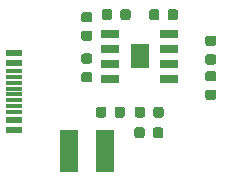
<source format=gbr>
G04 #@! TF.GenerationSoftware,KiCad,Pcbnew,(5.1.6)-1*
G04 #@! TF.CreationDate,2020-11-21T14:03:53+08:00*
G04 #@! TF.ProjectId,singlepowerbank2,73696e67-6c65-4706-9f77-657262616e6b,rev?*
G04 #@! TF.SameCoordinates,Original*
G04 #@! TF.FileFunction,Paste,Top*
G04 #@! TF.FilePolarity,Positive*
%FSLAX46Y46*%
G04 Gerber Fmt 4.6, Leading zero omitted, Abs format (unit mm)*
G04 Created by KiCad (PCBNEW (5.1.6)-1) date 2020-11-21 14:03:53*
%MOMM*%
%LPD*%
G01*
G04 APERTURE LIST*
%ADD10R,1.500000X3.600000*%
%ADD11R,1.567800X2.101200*%
%ADD12R,1.505000X0.802000*%
%ADD13R,1.450000X0.600000*%
%ADD14R,1.450000X0.300000*%
G04 APERTURE END LIST*
D10*
X76025000Y-154000000D03*
X72975000Y-154000000D03*
G36*
G01*
X80100000Y-152756250D02*
X80100000Y-152243750D01*
G75*
G02*
X80318750Y-152025000I218750J0D01*
G01*
X80756250Y-152025000D01*
G75*
G02*
X80975000Y-152243750I0J-218750D01*
G01*
X80975000Y-152756250D01*
G75*
G02*
X80756250Y-152975000I-218750J0D01*
G01*
X80318750Y-152975000D01*
G75*
G02*
X80100000Y-152756250I0J218750D01*
G01*
G37*
G36*
G01*
X78525000Y-152756250D02*
X78525000Y-152243750D01*
G75*
G02*
X78743750Y-152025000I218750J0D01*
G01*
X79181250Y-152025000D01*
G75*
G02*
X79400000Y-152243750I0J-218750D01*
G01*
X79400000Y-152756250D01*
G75*
G02*
X79181250Y-152975000I-218750J0D01*
G01*
X78743750Y-152975000D01*
G75*
G02*
X78525000Y-152756250I0J218750D01*
G01*
G37*
G36*
G01*
X80137500Y-151006250D02*
X80137500Y-150493750D01*
G75*
G02*
X80356250Y-150275000I218750J0D01*
G01*
X80793750Y-150275000D01*
G75*
G02*
X81012500Y-150493750I0J-218750D01*
G01*
X81012500Y-151006250D01*
G75*
G02*
X80793750Y-151225000I-218750J0D01*
G01*
X80356250Y-151225000D01*
G75*
G02*
X80137500Y-151006250I0J218750D01*
G01*
G37*
G36*
G01*
X78562500Y-151006250D02*
X78562500Y-150493750D01*
G75*
G02*
X78781250Y-150275000I218750J0D01*
G01*
X79218750Y-150275000D01*
G75*
G02*
X79437500Y-150493750I0J-218750D01*
G01*
X79437500Y-151006250D01*
G75*
G02*
X79218750Y-151225000I-218750J0D01*
G01*
X78781250Y-151225000D01*
G75*
G02*
X78562500Y-151006250I0J218750D01*
G01*
G37*
G36*
G01*
X76850000Y-151006250D02*
X76850000Y-150493750D01*
G75*
G02*
X77068750Y-150275000I218750J0D01*
G01*
X77506250Y-150275000D01*
G75*
G02*
X77725000Y-150493750I0J-218750D01*
G01*
X77725000Y-151006250D01*
G75*
G02*
X77506250Y-151225000I-218750J0D01*
G01*
X77068750Y-151225000D01*
G75*
G02*
X76850000Y-151006250I0J218750D01*
G01*
G37*
G36*
G01*
X75275000Y-151006250D02*
X75275000Y-150493750D01*
G75*
G02*
X75493750Y-150275000I218750J0D01*
G01*
X75931250Y-150275000D01*
G75*
G02*
X76150000Y-150493750I0J-218750D01*
G01*
X76150000Y-151006250D01*
G75*
G02*
X75931250Y-151225000I-218750J0D01*
G01*
X75493750Y-151225000D01*
G75*
G02*
X75275000Y-151006250I0J218750D01*
G01*
G37*
G36*
G01*
X85256250Y-148150000D02*
X84743750Y-148150000D01*
G75*
G02*
X84525000Y-147931250I0J218750D01*
G01*
X84525000Y-147493750D01*
G75*
G02*
X84743750Y-147275000I218750J0D01*
G01*
X85256250Y-147275000D01*
G75*
G02*
X85475000Y-147493750I0J-218750D01*
G01*
X85475000Y-147931250D01*
G75*
G02*
X85256250Y-148150000I-218750J0D01*
G01*
G37*
G36*
G01*
X85256250Y-149725000D02*
X84743750Y-149725000D01*
G75*
G02*
X84525000Y-149506250I0J218750D01*
G01*
X84525000Y-149068750D01*
G75*
G02*
X84743750Y-148850000I218750J0D01*
G01*
X85256250Y-148850000D01*
G75*
G02*
X85475000Y-149068750I0J-218750D01*
G01*
X85475000Y-149506250D01*
G75*
G02*
X85256250Y-149725000I-218750J0D01*
G01*
G37*
D11*
X79000000Y-146000000D03*
D12*
X81497500Y-144095000D03*
X81497500Y-145365000D03*
X81497500Y-146635000D03*
X81497500Y-147905000D03*
X76502500Y-147905000D03*
X76502500Y-146635000D03*
X76502500Y-145365000D03*
X76502500Y-144095000D03*
G36*
G01*
X77350000Y-142756250D02*
X77350000Y-142243750D01*
G75*
G02*
X77568750Y-142025000I218750J0D01*
G01*
X78006250Y-142025000D01*
G75*
G02*
X78225000Y-142243750I0J-218750D01*
G01*
X78225000Y-142756250D01*
G75*
G02*
X78006250Y-142975000I-218750J0D01*
G01*
X77568750Y-142975000D01*
G75*
G02*
X77350000Y-142756250I0J218750D01*
G01*
G37*
G36*
G01*
X75775000Y-142756250D02*
X75775000Y-142243750D01*
G75*
G02*
X75993750Y-142025000I218750J0D01*
G01*
X76431250Y-142025000D01*
G75*
G02*
X76650000Y-142243750I0J-218750D01*
G01*
X76650000Y-142756250D01*
G75*
G02*
X76431250Y-142975000I-218750J0D01*
G01*
X75993750Y-142975000D01*
G75*
G02*
X75775000Y-142756250I0J218750D01*
G01*
G37*
G36*
G01*
X85256250Y-145150000D02*
X84743750Y-145150000D01*
G75*
G02*
X84525000Y-144931250I0J218750D01*
G01*
X84525000Y-144493750D01*
G75*
G02*
X84743750Y-144275000I218750J0D01*
G01*
X85256250Y-144275000D01*
G75*
G02*
X85475000Y-144493750I0J-218750D01*
G01*
X85475000Y-144931250D01*
G75*
G02*
X85256250Y-145150000I-218750J0D01*
G01*
G37*
G36*
G01*
X85256250Y-146725000D02*
X84743750Y-146725000D01*
G75*
G02*
X84525000Y-146506250I0J218750D01*
G01*
X84525000Y-146068750D01*
G75*
G02*
X84743750Y-145850000I218750J0D01*
G01*
X85256250Y-145850000D01*
G75*
G02*
X85475000Y-146068750I0J-218750D01*
G01*
X85475000Y-146506250D01*
G75*
G02*
X85256250Y-146725000I-218750J0D01*
G01*
G37*
G36*
G01*
X80650000Y-142243750D02*
X80650000Y-142756250D01*
G75*
G02*
X80431250Y-142975000I-218750J0D01*
G01*
X79993750Y-142975000D01*
G75*
G02*
X79775000Y-142756250I0J218750D01*
G01*
X79775000Y-142243750D01*
G75*
G02*
X79993750Y-142025000I218750J0D01*
G01*
X80431250Y-142025000D01*
G75*
G02*
X80650000Y-142243750I0J-218750D01*
G01*
G37*
G36*
G01*
X82225000Y-142243750D02*
X82225000Y-142756250D01*
G75*
G02*
X82006250Y-142975000I-218750J0D01*
G01*
X81568750Y-142975000D01*
G75*
G02*
X81350000Y-142756250I0J218750D01*
G01*
X81350000Y-142243750D01*
G75*
G02*
X81568750Y-142025000I218750J0D01*
G01*
X82006250Y-142025000D01*
G75*
G02*
X82225000Y-142243750I0J-218750D01*
G01*
G37*
G36*
G01*
X74756250Y-146650000D02*
X74243750Y-146650000D01*
G75*
G02*
X74025000Y-146431250I0J218750D01*
G01*
X74025000Y-145993750D01*
G75*
G02*
X74243750Y-145775000I218750J0D01*
G01*
X74756250Y-145775000D01*
G75*
G02*
X74975000Y-145993750I0J-218750D01*
G01*
X74975000Y-146431250D01*
G75*
G02*
X74756250Y-146650000I-218750J0D01*
G01*
G37*
G36*
G01*
X74756250Y-148225000D02*
X74243750Y-148225000D01*
G75*
G02*
X74025000Y-148006250I0J218750D01*
G01*
X74025000Y-147568750D01*
G75*
G02*
X74243750Y-147350000I218750J0D01*
G01*
X74756250Y-147350000D01*
G75*
G02*
X74975000Y-147568750I0J-218750D01*
G01*
X74975000Y-148006250D01*
G75*
G02*
X74756250Y-148225000I-218750J0D01*
G01*
G37*
G36*
G01*
X74243750Y-143850000D02*
X74756250Y-143850000D01*
G75*
G02*
X74975000Y-144068750I0J-218750D01*
G01*
X74975000Y-144506250D01*
G75*
G02*
X74756250Y-144725000I-218750J0D01*
G01*
X74243750Y-144725000D01*
G75*
G02*
X74025000Y-144506250I0J218750D01*
G01*
X74025000Y-144068750D01*
G75*
G02*
X74243750Y-143850000I218750J0D01*
G01*
G37*
G36*
G01*
X74243750Y-142275000D02*
X74756250Y-142275000D01*
G75*
G02*
X74975000Y-142493750I0J-218750D01*
G01*
X74975000Y-142931250D01*
G75*
G02*
X74756250Y-143150000I-218750J0D01*
G01*
X74243750Y-143150000D01*
G75*
G02*
X74025000Y-142931250I0J218750D01*
G01*
X74025000Y-142493750D01*
G75*
G02*
X74243750Y-142275000I218750J0D01*
G01*
G37*
D13*
X68345000Y-152250000D03*
X68345000Y-151450000D03*
X68345000Y-146550000D03*
X68345000Y-145750000D03*
X68345000Y-145750000D03*
X68345000Y-146550000D03*
X68345000Y-151450000D03*
X68345000Y-152250000D03*
D14*
X68345000Y-147250000D03*
X68345000Y-147750000D03*
X68345000Y-148250000D03*
X68345000Y-149250000D03*
X68345000Y-149750000D03*
X68345000Y-150250000D03*
X68345000Y-150750000D03*
X68345000Y-148750000D03*
M02*

</source>
